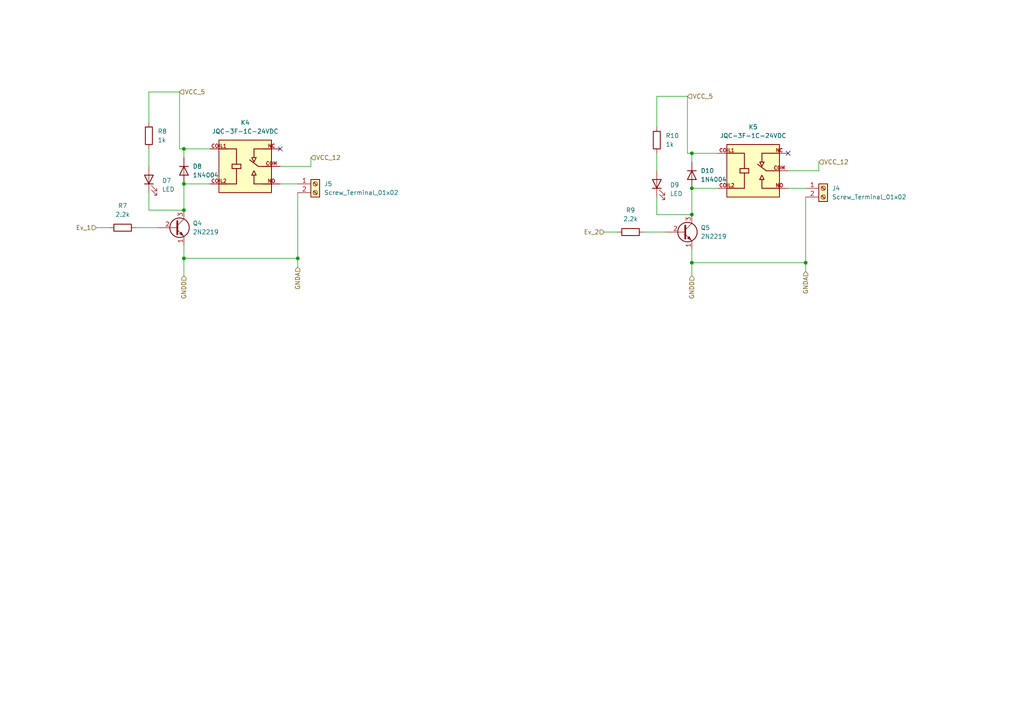
<source format=kicad_sch>
(kicad_sch (version 20211123) (generator eeschema)
  (paper "A4")
  (lib_symbols
    (symbol "Connector:Screw_Terminal_01x02" (pin_names (offset 1.016) hide)
      (property "Reference" "J" (at 0 2.54 0))
      (property "Value" "Screw_Terminal_01x02" (at 0 -5.08 0))
      (symbol "Screw_Terminal_01x02_1_1"
        (rectangle (start -1.27 1.27) (end 1.27 -3.81) (stroke (width 0.254)) (fill (type background)))
        (circle (center 0 -2.54) (radius 0.635) (stroke (width 0.1524)))
        (polyline (pts (xy -0.5334 -2.2098) (xy 0.3302 -3.048)) (stroke (width 0.1524)))
        (polyline (pts (xy -0.5334 0.3302) (xy 0.3302 -0.508)) (stroke (width 0.1524)))
        (polyline (pts (xy -0.3556 -2.032) (xy 0.508 -2.8702)) (stroke (width 0.1524)))
        (polyline (pts (xy -0.3556 0.508) (xy 0.508 -0.3302)) (stroke (width 0.1524)))
        (circle (center 0 0) (radius 0.635) (stroke (width 0.1524)))
        (pin passive line (at -5.08 0 0) (length 3.81) (name "Pin_1") (number "1"))
        (pin passive line (at -5.08 -2.54 0) (length 3.81) (name "Pin_2") (number "2"))
      )
    )
    (symbol "Device:LED" (pin_numbers hide) (pin_names (offset 1.016) hide)
      (property "Reference" "D" (at 0 2.54 0))
      (property "Value" "LED" (at 0 -2.54 0))
      (symbol "LED_0_1"
        (polyline (pts (xy -1.27 -1.27) (xy -1.27 1.27)) (stroke (width 0.254)))
        (polyline (pts (xy -1.27 0) (xy 1.27 0)))
        (polyline (pts (xy 1.27 -1.27) (xy 1.27 1.27) (xy -1.27 0) (xy 1.27 -1.27)) (stroke (width 0.254)))
        (polyline (pts (xy -3.048 -0.762) (xy -4.572 -2.286) (xy -3.81 -2.286) (xy -4.572 -2.286) (xy -4.572 -1.524)))
        (polyline (pts (xy -1.778 -0.762) (xy -3.302 -2.286) (xy -2.54 -2.286) (xy -3.302 -2.286) (xy -3.302 -1.524)))
      )
      (symbol "LED_1_1"
        (pin passive line (at -3.81 0 0) (length 2.54) (name "K") (number "1"))
        (pin passive line (at 3.81 0 180) (length 2.54) (name "A") (number "2"))
      )
    )
    (symbol "Device:R" (pin_numbers hide) (pin_names (offset 0))
      (property "Reference" "R" (at 2.032 0 90))
      (property "Value" "R" (at 0 0 90))
      (symbol "R_0_1"
        (rectangle (start -1.016 -2.54) (end 1.016 2.54) (stroke (width 0.254)))
      )
      (symbol "R_1_1"
        (pin passive line (at 0 3.81 270) (length 1.27) (name "~") (number "1"))
        (pin passive line (at 0 -3.81 90) (length 1.27) (name "~") (number "2"))
      )
    )
    (symbol "Diode:1N4004" (pin_numbers hide) (pin_names (offset 1.016) hide)
      (property "Reference" "D" (at 0 2.54 0))
      (property "Value" "1N4004" (at 0 -2.54 0))
      (symbol "1N4004_0_1"
        (polyline (pts (xy -1.27 1.27) (xy -1.27 -1.27)) (stroke (width 0.254)))
        (polyline (pts (xy 1.27 0) (xy -1.27 0)))
        (polyline (pts (xy 1.27 1.27) (xy 1.27 -1.27) (xy -1.27 0) (xy 1.27 1.27)) (stroke (width 0.254)))
      )
      (symbol "1N4004_1_1"
        (pin passive line (at -3.81 0 0) (length 2.54) (name "K") (number "1"))
        (pin passive line (at 3.81 0 180) (length 2.54) (name "A") (number "2"))
      )
    )
    (symbol "JQC-3F-1C-24VDC:JQC-3F-1C-24VDC" (pin_names (offset 1.016) hide)
      (property "Reference" "K" (at -7.62 8.89 0))
      (property "Value" "JQC-3F-1C-24VDC" (at -7.62 -10.16 0))
      (symbol "JQC-3F-1C-24VDC_0_0"
        (rectangle (start -7.62 -7.62) (end 7.62 7.62) (stroke (width 0.254)) (fill (type background)))
        (polyline (pts (xy -7.62 -5.08) (xy -2.54 -5.08)) (stroke (width 0.254)))
        (polyline (pts (xy -7.62 5.08) (xy -2.54 5.08)) (stroke (width 0.254)))
        (polyline (pts (xy -3.81 -0.635) (xy -3.81 0.635)) (stroke (width 0.254)))
        (polyline (pts (xy -3.81 0.635) (xy -2.54 0.635)) (stroke (width 0.254)))
        (polyline (pts (xy -2.54 -0.635) (xy -3.81 -0.635)) (stroke (width 0.254)))
        (polyline (pts (xy -2.54 -0.635) (xy -2.54 -5.08)) (stroke (width 0.254)))
        (polyline (pts (xy -2.54 0.635) (xy -1.27 0.635)) (stroke (width 0.254)))
        (polyline (pts (xy -2.54 5.08) (xy -2.54 0.635)) (stroke (width 0.254)))
        (polyline (pts (xy -1.27 -0.635) (xy -2.54 -0.635)) (stroke (width 0.254)))
        (polyline (pts (xy -1.27 0.635) (xy -1.27 -0.635)) (stroke (width 0.254)))
        (polyline (pts (xy 2.54 -5.08) (xy 2.54 -2.54)) (stroke (width 0.254)))
        (polyline (pts (xy 2.54 5.08) (xy 2.54 2.54)) (stroke (width 0.254)))
        (polyline (pts (xy 2.54 5.08) (xy 7.62 5.08)) (stroke (width 0.254)))
        (polyline (pts (xy 3.81 0) (xy 1.27 1.905)) (stroke (width 0.254)))
        (polyline (pts (xy 7.62 -5.08) (xy 2.54 -5.08)) (stroke (width 0.254)))
        (polyline (pts (xy 7.62 0) (xy 3.81 0)) (stroke (width 0.254)))
        (polyline (pts (xy 1.905 -2.54) (xy 3.175 -2.54) (xy 2.54 -1.27) (xy 1.905 -2.54)) (stroke (width 0.254)) (fill (type background)))
        (polyline (pts (xy 3.175 2.54) (xy 1.905 2.54) (xy 2.54 1.27) (xy 3.175 2.54)) (stroke (width 0.254)) (fill (type background)))
        (pin passive line (at -10.16 5.08 0) (length 5.08) (name "~") (number "COIL1"))
        (pin passive line (at -10.16 -5.08 0) (length 5.08) (name "~") (number "COIL2"))
        (pin passive line (at 10.16 0 180) (length 5.08) (name "~") (number "COM"))
        (pin passive line (at 10.16 5.08 180) (length 5.08) (name "~") (number "NC"))
        (pin passive line (at 10.16 -5.08 180) (length 5.08) (name "~") (number "NO"))
      )
    )
    (symbol "Transistor_BJT:2N2219" (pin_names (offset 0) hide)
      (property "Reference" "Q" (at 5.08 1.905 0))
      (property "Value" "2N2219" (at 5.08 0 0))
      (symbol "2N2219_0_1"
        (polyline (pts (xy 0.635 0.635) (xy 2.54 2.54)))
        (polyline (pts (xy 0.635 -0.635) (xy 2.54 -2.54) (xy 2.54 -2.54)))
        (polyline (pts (xy 0.635 1.905) (xy 0.635 -1.905) (xy 0.635 -1.905)) (stroke (width 0.508)))
        (polyline (pts (xy 1.27 -1.778) (xy 1.778 -1.27) (xy 2.286 -2.286) (xy 1.27 -1.778) (xy 1.27 -1.778)) (fill (type outline)))
        (circle (center 1.27 0) (radius 2.8194) (stroke (width 0.254)))
      )
      (symbol "2N2219_1_1"
        (pin passive line (at 2.54 -5.08 90) (length 2.54) (name "E") (number "1"))
        (pin passive line (at -5.08 0 0) (length 5.715) (name "B") (number "2"))
        (pin passive line (at 2.54 5.08 270) (length 2.54) (name "C") (number "3"))
      )
    )
  )
  (junction (at 233.68 76.2))
  (junction (at 53.34 43.18))
  (junction (at 200.66 62.23))
  (junction (at 53.34 74.93))
  (junction (at 53.34 53.34))
  (junction (at 53.34 60.96))
  (junction (at 200.66 54.61))
  (junction (at 200.66 44.45))
  (junction (at 86.36 74.93))
  (junction (at 200.66 76.2))
  (no_connect (at 81.28 43.18))
  (no_connect (at 228.6 44.45))
  (wire (pts (xy 53.34 53.34) (xy 60.96 53.34)))
  (wire (pts (xy 81.28 53.34) (xy 86.36 53.34)))
  (wire (pts (xy 200.66 72.39) (xy 200.66 76.2)))
  (wire (pts (xy 190.5 62.23) (xy 200.66 62.23)))
  (wire (pts (xy 190.5 27.94) (xy 199.39 27.94)))
  (wire (pts (xy 86.36 74.93) (xy 86.36 77.47)))
  (wire (pts (xy 228.6 49.53) (xy 237.49 49.53)))
  (wire (pts (xy 199.39 27.94) (xy 199.39 44.45)))
  (wire (pts (xy 81.28 48.26) (xy 90.17 48.26)))
  (wire (pts (xy 43.18 55.88) (xy 43.18 60.96)))
  (wire (pts (xy 86.36 55.88) (xy 86.36 74.93)))
  (wire (pts (xy 53.34 45.72) (xy 53.34 43.18)))
  (wire (pts (xy 43.18 60.96) (xy 53.34 60.96)))
  (wire (pts (xy 53.34 53.34) (xy 53.34 60.96)))
  (wire (pts (xy 190.5 44.45) (xy 190.5 49.53)))
  (wire (pts (xy 43.18 35.56) (xy 43.18 26.67)))
  (wire (pts (xy 200.66 54.61) (xy 208.28 54.61)))
  (wire (pts (xy 43.18 43.18) (xy 43.18 48.26)))
  (wire (pts (xy 52.07 43.18) (xy 53.34 43.18)))
  (wire (pts (xy 233.68 57.15) (xy 233.68 76.2)))
  (wire (pts (xy 200.66 54.61) (xy 200.66 62.23)))
  (wire (pts (xy 200.66 76.2) (xy 233.68 76.2)))
  (wire (pts (xy 53.34 71.12) (xy 53.34 74.93)))
  (wire (pts (xy 53.34 74.93) (xy 86.36 74.93)))
  (wire (pts (xy 199.39 44.45) (xy 200.66 44.45)))
  (wire (pts (xy 233.68 76.2) (xy 233.68 78.74)))
  (wire (pts (xy 186.69 67.31) (xy 193.04 67.31)))
  (wire (pts (xy 52.07 26.67) (xy 52.07 43.18)))
  (wire (pts (xy 175.26 67.31) (xy 179.07 67.31)))
  (wire (pts (xy 237.49 46.99) (xy 237.49 49.53)))
  (wire (pts (xy 43.18 26.67) (xy 52.07 26.67)))
  (wire (pts (xy 27.94 66.04) (xy 31.75 66.04)))
  (wire (pts (xy 39.37 66.04) (xy 45.72 66.04)))
  (wire (pts (xy 190.5 57.15) (xy 190.5 62.23)))
  (wire (pts (xy 53.34 43.18) (xy 60.96 43.18)))
  (wire (pts (xy 53.34 74.93) (xy 53.34 80.01)))
  (wire (pts (xy 90.17 45.72) (xy 90.17 48.26)))
  (wire (pts (xy 200.66 44.45) (xy 208.28 44.45)))
  (wire (pts (xy 228.6 54.61) (xy 233.68 54.61)))
  (wire (pts (xy 200.66 46.99) (xy 200.66 44.45)))
  (wire (pts (xy 200.66 76.2) (xy 200.66 80.01)))
  (wire (pts (xy 190.5 36.83) (xy 190.5 27.94)))
  (hierarchical_label "GNDD" (shape input) (at 200.66 80.01 270))
  (hierarchical_label "GNDD" (shape input) (at 53.34 80.01 270))
  (hierarchical_label "GNDA" (shape input) (at 86.36 77.47 270))
  (hierarchical_label "Ev_2" (shape input) (at 175.26 67.31 180))
  (hierarchical_label "Ev_1" (shape input) (at 27.94 66.04 180))
  (hierarchical_label "VCC_5" (shape input) (at 52.07 26.67 0))
  (hierarchical_label "GNDA" (shape input) (at 233.68 78.74 270))
  (hierarchical_label "VCC_12" (shape input) (at 90.17 45.72 0))
  (hierarchical_label "VCC_12" (shape input) (at 237.49 46.99 0))
  (hierarchical_label "VCC_5" (shape input) (at 199.39 27.94 0))
  (symbol (lib_id "JQC-3F-1C-24VDC:JQC-3F-1C-24VDC") (at 71.12 48.26 0) (unit 1)
    (property "Reference" "K4" (at 71.12 35.56 0))
    (property "Value" "JQC-3F-1C-24VDC" (at 71.12 38.1 0))
    (property "Footprint" "JQC-3F-1C:RELAY_JQC-3F-1C-24VDC" (effects hide))
    (property "MAXIMUM_PACKAGE_HEIGHT" "15.5 mm" (effects hide))
    (property "MANUFACTURER" "YUEQING HENGWEI ELECTRONICS CO.,LTD." (effects hide))
    (property "PARTREV" "N/A" (effects hide))
    (property "STANDARD" "Manufacturer Recommendations" (effects hide))
  )
  (symbol (lib_id "Device:LED") (at 43.18 52.07 90) (unit 1)
    (property "Reference" "D7" (at 46.99 52.3874 90) (effects (justify right)))
    (property "Value" "LED" (at 46.99 54.9274 90) (effects (justify right)))
    (property "Footprint" "LED_SMD:LED_0603_1608Metric_Pad1.05x0.95mm_HandSolder" (effects hide))
  )
  (symbol (lib_id "Diode:1N4004") (at 200.66 50.8 270) (unit 1)
    (property "Reference" "D10" (at 203.2 49.5299 90) (effects (justify left)))
    (property "Value" "1N4004" (at 203.2 52.0699 90) (effects (justify left)))
    (property "Footprint" "Diode_SMD:D_2512_6332Metric_Pad1.52x3.35mm_HandSolder" (effects hide))
    (property "Datasheet" "http://www.vishay.com/docs/88503/1n4001.pdf" (effects hide))
  )
  (symbol (lib_id "Transistor_BJT:2N2219") (at 198.12 67.31 0) (unit 1)
    (property "Reference" "Q5" (at 203.2 66.0399 0) (effects (justify left)))
    (property "Value" "2N2219" (at 203.2 68.5799 0) (effects (justify left)))
    (property "Footprint" "Package_TO_SOT_SMD:SOT-23" (effects hide))
    (property "Datasheet" "http://www.onsemi.com/pub_link/Collateral/2N2219-D.PDF" (effects hide))
  )
  (symbol (lib_id "Device:R") (at 182.88 67.31 270) (unit 1)
    (property "Reference" "R9" (at 182.88 60.96 90))
    (property "Value" "2.2k" (at 182.88 63.5 90))
    (property "Footprint" "Resistor_SMD:R_0805_2012Metric_Pad1.20x1.40mm_HandSolder" (effects hide))
  )
  (symbol (lib_id "JQC-3F-1C-24VDC:JQC-3F-1C-24VDC") (at 218.44 49.53 0) (unit 1)
    (property "Reference" "K5" (at 218.44 36.83 0))
    (property "Value" "JQC-3F-1C-24VDC" (at 218.44 39.37 0))
    (property "Footprint" "JQC-3F-1C:RELAY_JQC-3F-1C-24VDC" (effects hide))
    (property "MAXIMUM_PACKAGE_HEIGHT" "15.5 mm" (effects hide))
    (property "MANUFACTURER" "YUEQING HENGWEI ELECTRONICS CO.,LTD." (effects hide))
    (property "PARTREV" "N/A" (effects hide))
    (property "STANDARD" "Manufacturer Recommendations" (effects hide))
  )
  (symbol (lib_id "Connector:Screw_Terminal_01x02") (at 238.76 54.61 0) (unit 1)
    (property "Reference" "J4" (at 241.3 54.6099 0) (effects (justify left)))
    (property "Value" "Screw_Terminal_01x02" (at 241.3 57.1499 0) (effects (justify left)))
    (property "Footprint" "TerminalBlock:TerminalBlock_Altech_AK300-2_P5.00mm" (effects hide))
  )
  (symbol (lib_id "Device:R") (at 35.56 66.04 270) (unit 1)
    (property "Reference" "R7" (at 35.56 59.69 90))
    (property "Value" "2.2k" (at 35.56 62.23 90))
    (property "Footprint" "Resistor_SMD:R_0805_2012Metric_Pad1.20x1.40mm_HandSolder" (effects hide))
  )
  (symbol (lib_id "Diode:1N4004") (at 53.34 49.53 270) (unit 1)
    (property "Reference" "D8" (at 55.88 48.2599 90) (effects (justify left)))
    (property "Value" "1N4004" (at 55.88 50.7999 90) (effects (justify left)))
    (property "Footprint" "Diode_SMD:D_2512_6332Metric_Pad1.52x3.35mm_HandSolder" (effects hide))
    (property "Datasheet" "http://www.vishay.com/docs/88503/1n4001.pdf" (effects hide))
  )
  (symbol (lib_id "Transistor_BJT:2N2219") (at 50.8 66.04 0) (unit 1)
    (property "Reference" "Q4" (at 55.88 64.7699 0) (effects (justify left)))
    (property "Value" "2N2219" (at 55.88 67.3099 0) (effects (justify left)))
    (property "Footprint" "Package_TO_SOT_SMD:SOT-23" (effects hide))
    (property "Datasheet" "http://www.onsemi.com/pub_link/Collateral/2N2219-D.PDF" (effects hide))
  )
  (symbol (lib_id "Device:R") (at 190.5 40.64 0) (unit 1)
    (property "Reference" "R10" (at 193.04 39.3699 0) (effects (justify left)))
    (property "Value" "1k" (at 193.04 41.9099 0) (effects (justify left)))
    (property "Footprint" "Resistor_SMD:R_0805_2012Metric_Pad1.20x1.40mm_HandSolder" (effects hide))
  )
  (symbol (lib_id "Connector:Screw_Terminal_01x02") (at 91.44 53.34 0) (unit 1)
    (property "Reference" "J5" (at 93.98 53.3399 0) (effects (justify left)))
    (property "Value" "Screw_Terminal_01x02" (at 93.98 55.8799 0) (effects (justify left)))
    (property "Footprint" "TerminalBlock:TerminalBlock_Altech_AK300-2_P5.00mm" (effects hide))
  )
  (symbol (lib_id "Device:LED") (at 190.5 53.34 90) (unit 1)
    (property "Reference" "D9" (at 194.31 53.6574 90) (effects (justify right)))
    (property "Value" "LED" (at 194.31 56.1974 90) (effects (justify right)))
    (property "Footprint" "LED_SMD:LED_0603_1608Metric_Pad1.05x0.95mm_HandSolder" (effects hide))
  )
  (symbol (lib_id "Device:R") (at 43.18 39.37 0) (unit 1)
    (property "Reference" "R8" (at 45.72 38.0999 0) (effects (justify left)))
    (property "Value" "1k" (at 45.72 40.6399 0) (effects (justify left)))
    (property "Footprint" "Resistor_SMD:R_0805_2012Metric_Pad1.20x1.40mm_HandSolder" (effects hide))
  )
)
</source>
